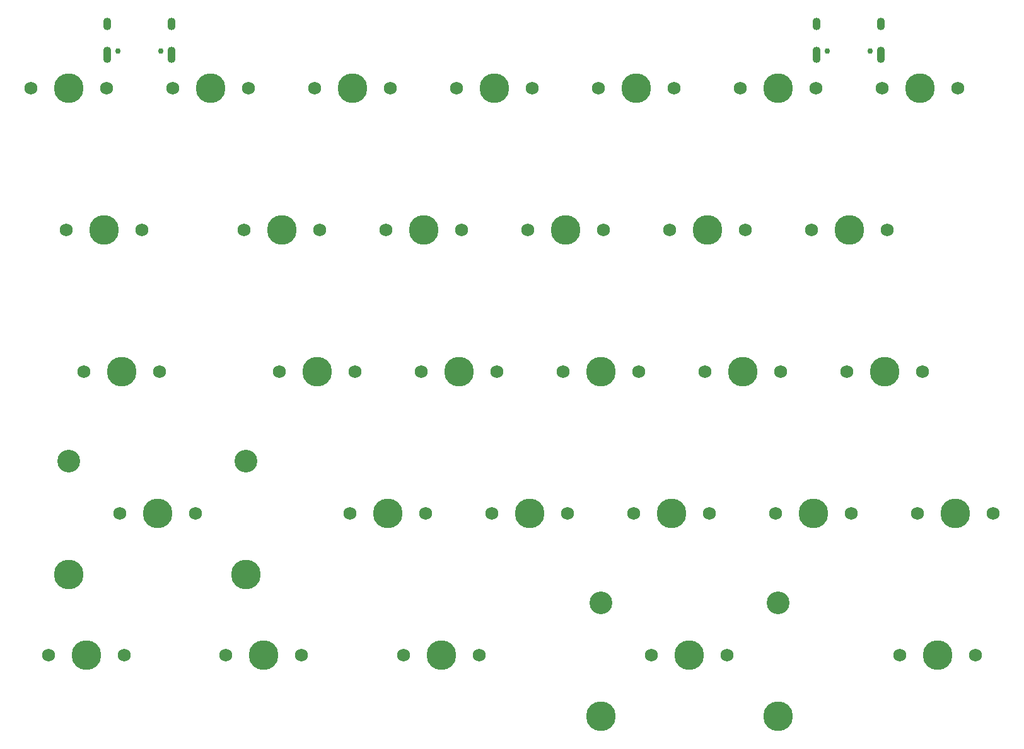
<source format=gbr>
%TF.GenerationSoftware,KiCad,Pcbnew,(5.1.10-1-10_14)*%
%TF.CreationDate,2022-06-17T20:08:22+09:00*%
%TF.ProjectId,pcb-left,7063622d-6c65-4667-942e-6b696361645f,rev?*%
%TF.SameCoordinates,Original*%
%TF.FileFunction,Soldermask,Top*%
%TF.FilePolarity,Negative*%
%FSLAX46Y46*%
G04 Gerber Fmt 4.6, Leading zero omitted, Abs format (unit mm)*
G04 Created by KiCad (PCBNEW (5.1.10-1-10_14)) date 2022-06-17 20:08:22*
%MOMM*%
%LPD*%
G01*
G04 APERTURE LIST*
%ADD10C,3.987800*%
%ADD11C,1.750000*%
%ADD12C,3.048000*%
%ADD13C,0.750000*%
%ADD14O,1.100000X2.200000*%
%ADD15O,1.100000X1.700000*%
G04 APERTURE END LIST*
D10*
%TO.C,MX19*%
X123031250Y-102393750D03*
D11*
X117951250Y-102393750D03*
X128111250Y-102393750D03*
%TD*%
D10*
%TO.C,MX28*%
X151606250Y-83343750D03*
D11*
X146526250Y-83343750D03*
X156686250Y-83343750D03*
%TD*%
D10*
%TO.C,MX27*%
X146843750Y-64293750D03*
D11*
X141763750Y-64293750D03*
X151923750Y-64293750D03*
%TD*%
D10*
%TO.C,MX30*%
X156368750Y-45243750D03*
D11*
X151288750Y-45243750D03*
X161448750Y-45243750D03*
%TD*%
D10*
%TO.C,MX20*%
X125412500Y-121443750D03*
D11*
X120332500Y-121443750D03*
X130492500Y-121443750D03*
D12*
X113506250Y-114458750D03*
X137318750Y-114458750D03*
D10*
X113506250Y-129698750D03*
X137318750Y-129698750D03*
%TD*%
%TO.C,MX15*%
X92075000Y-121443750D03*
D11*
X86995000Y-121443750D03*
X97155000Y-121443750D03*
%TD*%
D10*
%TO.C,MX21*%
X118268750Y-45243750D03*
D11*
X113188750Y-45243750D03*
X123348750Y-45243750D03*
%TD*%
D13*
%TO.C,USB2*%
X149702000Y-40286000D03*
X143922000Y-40286000D03*
D14*
X142492000Y-40816000D03*
X151132000Y-40816000D03*
D15*
X142492000Y-36636000D03*
X151132000Y-36636000D03*
%TD*%
D13*
%TO.C,USB1*%
X54452000Y-40286000D03*
X48672000Y-40286000D03*
D14*
X47242000Y-40816000D03*
X55882000Y-40816000D03*
D15*
X47242000Y-36636000D03*
X55882000Y-36636000D03*
%TD*%
D10*
%TO.C,MX29*%
X161131250Y-102393750D03*
D11*
X156051250Y-102393750D03*
X166211250Y-102393750D03*
%TD*%
D10*
%TO.C,MX26*%
X137318750Y-45243750D03*
D11*
X132238750Y-45243750D03*
X142398750Y-45243750D03*
%TD*%
D10*
%TO.C,MX25*%
X158750000Y-121443750D03*
D11*
X153670000Y-121443750D03*
X163830000Y-121443750D03*
%TD*%
D10*
%TO.C,MX24*%
X142081250Y-102393750D03*
D11*
X137001250Y-102393750D03*
X147161250Y-102393750D03*
%TD*%
D10*
%TO.C,MX23*%
X132556250Y-83343750D03*
D11*
X127476250Y-83343750D03*
X137636250Y-83343750D03*
%TD*%
D10*
%TO.C,MX22*%
X127793750Y-64293750D03*
D11*
X122713750Y-64293750D03*
X132873750Y-64293750D03*
%TD*%
D10*
%TO.C,MX18*%
X113506250Y-83343750D03*
D11*
X108426250Y-83343750D03*
X118586250Y-83343750D03*
%TD*%
D10*
%TO.C,MX17*%
X108743750Y-64293750D03*
D11*
X103663750Y-64293750D03*
X113823750Y-64293750D03*
%TD*%
D10*
%TO.C,MX16*%
X99218750Y-45243750D03*
D11*
X94138750Y-45243750D03*
X104298750Y-45243750D03*
%TD*%
D10*
%TO.C,MX14*%
X103981250Y-102393750D03*
D11*
X98901250Y-102393750D03*
X109061250Y-102393750D03*
%TD*%
D10*
%TO.C,MX13*%
X94456250Y-83343750D03*
D11*
X89376250Y-83343750D03*
X99536250Y-83343750D03*
%TD*%
D10*
%TO.C,MX12*%
X89693750Y-64293750D03*
D11*
X84613750Y-64293750D03*
X94773750Y-64293750D03*
%TD*%
D10*
%TO.C,MX11*%
X80168750Y-45243750D03*
D11*
X75088750Y-45243750D03*
X85248750Y-45243750D03*
%TD*%
D10*
%TO.C,MX10*%
X68262500Y-121443750D03*
D11*
X63182500Y-121443750D03*
X73342500Y-121443750D03*
%TD*%
D10*
%TO.C,MX9*%
X84931250Y-102393750D03*
D11*
X79851250Y-102393750D03*
X90011250Y-102393750D03*
%TD*%
D10*
%TO.C,MX8*%
X75406250Y-83343750D03*
D11*
X70326250Y-83343750D03*
X80486250Y-83343750D03*
%TD*%
D10*
%TO.C,MX7*%
X70643750Y-64293750D03*
D11*
X65563750Y-64293750D03*
X75723750Y-64293750D03*
%TD*%
D10*
%TO.C,MX6*%
X61118750Y-45243750D03*
D11*
X56038750Y-45243750D03*
X66198750Y-45243750D03*
%TD*%
D10*
%TO.C,MX5*%
X44450000Y-121443750D03*
D11*
X39370000Y-121443750D03*
X49530000Y-121443750D03*
%TD*%
D10*
%TO.C,MX4*%
X53975000Y-102393750D03*
D11*
X48895000Y-102393750D03*
X59055000Y-102393750D03*
D12*
X42068750Y-95408750D03*
X65881250Y-95408750D03*
D10*
X42068750Y-110648750D03*
X65881250Y-110648750D03*
%TD*%
%TO.C,MX3*%
X49212500Y-83343750D03*
D11*
X44132500Y-83343750D03*
X54292500Y-83343750D03*
%TD*%
D10*
%TO.C,MX2*%
X46831250Y-64293750D03*
D11*
X41751250Y-64293750D03*
X51911250Y-64293750D03*
%TD*%
D10*
%TO.C,MX1*%
X42068750Y-45243750D03*
D11*
X36988750Y-45243750D03*
X47148750Y-45243750D03*
%TD*%
M02*

</source>
